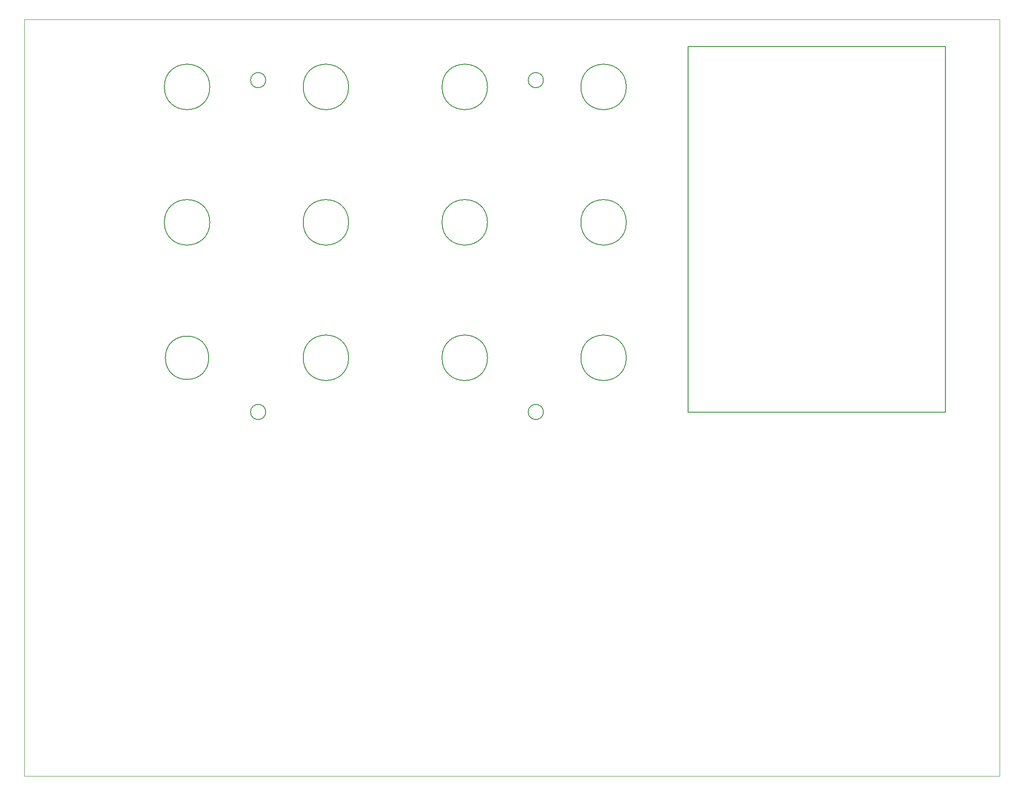
<source format=gko>
G04 Layer: BoardOutlineLayer*
G04 EasyEDA v6.5.39, 2024-01-11 07:40:14*
G04 e8e49539041e40b7b88af225e330b736,24315905b9734375b2ccc5c6aeea7757,10*
G04 Gerber Generator version 0.2*
G04 Scale: 100 percent, Rotated: No, Reflected: No *
G04 Dimensions in inches *
G04 leading zeros omitted , absolute positions ,3 integer and 6 decimal *
%FSLAX36Y36*%
%MOIN*%

%ADD10C,0.0020*%
%ADD11C,0.0050*%
D10*
X0Y2950000D02*
G01*
X0Y5587500D01*
X7200000Y5587500D01*
X0Y0D02*
G01*
X0Y2950000D01*
X7200000Y0D02*
G01*
X0Y0D01*
X7200000Y5586999D02*
G01*
X7200000Y0D01*
D11*
X4900000Y5387500D02*
G01*
X6800000Y5387500D01*
X6800000Y2687500D01*
X4900000Y2687500D01*
X4900000Y5387500D01*
G75*
G01
X1367710Y5087500D02*
G03X1367710Y5087500I-167710J0D01*
G75*
G01
X2392710Y5087500D02*
G03X2392710Y5087500I-167710J0D01*
G75*
G01
X3417710Y5087500D02*
G03X3417710Y5087500I-167710J0D01*
G75*
G01
X4442710Y5087500D02*
G03X4442710Y5087500I-167710J0D01*
G75*
G01
X4442710Y4087500D02*
G03X4442710Y4087500I-167710J0D01*
G75*
G01
X3417710Y4087500D02*
G03X3417710Y4087500I-167710J0D01*
G75*
G01
X2392710Y4087500D02*
G03X2392710Y4087500I-167710J0D01*
G75*
G01
X1367710Y4087500D02*
G03X1367710Y4087500I-167710J0D01*
G75*
G01
X2392710Y3087500D02*
G03X2392710Y3087500I-167710J0D01*
G75*
G01
X1360080Y3087500D02*
G03X1360080Y3087500I-160080J0D01*
G75*
G01
X3417710Y3087500D02*
G03X3417710Y3087500I-167710J0D01*
G75*
G01
X4442710Y3087500D02*
G03X4442710Y3087500I-167710J0D01*
G75*
G01
X3830900Y5137500D02*
G03X3830900Y5137500I-55900J0D01*
G75*
G01
X1780900Y5137500D02*
G03X1780900Y5137500I-55900J0D01*
G75*
G01
X1780900Y2687500D02*
G03X1780900Y2687500I-55900J0D01*
G75*
G01
X3830900Y2687500D02*
G03X3830900Y2687500I-55900J0D01*

%LPD*%
M02*

</source>
